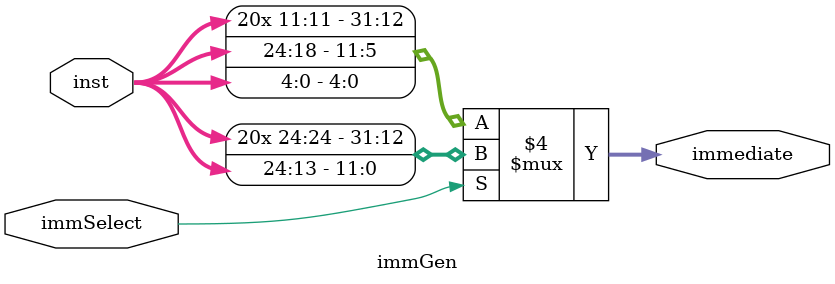
<source format=sv>
`timescale 1ns / 1ps


module immGen(
  input logic [24:0] inst,
  input logic immSelect,
  output logic [31:0] immediate
);
  
always @(*) begin
 
  if (immSelect == 1) begin
    immediate = {{20{inst[24]}}, inst[24:13]};
  end
  else begin
    immediate = {{20{inst[11]}},inst[24:18],inst[4:0]};
  end
end
  //logic [31:12] imm_upper = {inst[11], {19{inst[11]}}};
  //assign immediate = {{20{inst[11]}}, inst[11:0]};
  //assign immediate = {imm_upper, inst[11:0]};

endmodule

</source>
